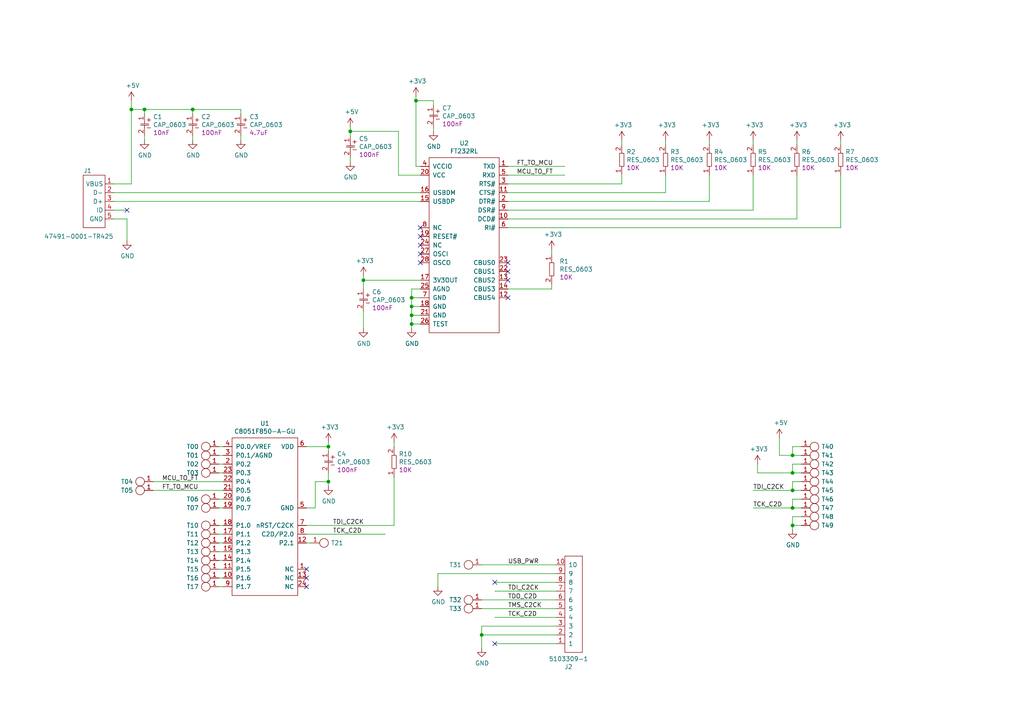
<source format=kicad_sch>
(kicad_sch (version 20211123) (generator eeschema)
  (paper "A4")
  (lib_symbols
    (symbol "BalanceBoard-rescue:5103309-1-receiver" (pin_names (offset 1.016))
      (property "Reference" "J" (at -7.112 11.176 0))
      (property "Value" "5103309-1-receiver" (at -2.286 8.89 0))
      (symbol "5103309-1-receiver_0_1"
        (rectangle (start -2.54 7.62) (end -7.62 -20.32))
      )
      (symbol "5103309-1-receiver_1_1"
        (pin passive line (at 0 5.08 180) (length 2.54) (name "1") (number "1"))
        (pin passive line (at 0 -17.78 180) (length 2.54) (name "10") (number "10"))
        (pin passive line (at 0 2.54 180) (length 2.54) (name "2") (number "2"))
        (pin passive line (at 0 0 180) (length 2.54) (name "3") (number "3"))
        (pin passive line (at 0 -2.54 180) (length 2.54) (name "4") (number "4"))
        (pin passive line (at 0 -5.08 180) (length 2.54) (name "5") (number "5"))
        (pin passive line (at 0 -7.62 180) (length 2.54) (name "6") (number "6"))
        (pin passive line (at 0 -10.16 180) (length 2.54) (name "7") (number "7"))
        (pin passive line (at 0 -12.7 180) (length 2.54) (name "8") (number "8"))
        (pin passive line (at 0 -15.24 180) (length 2.54) (name "9") (number "9"))
      )
    )
    (symbol "BalanceBoard-rescue:C8051F850-A-GU-receiver" (pin_names (offset 1.016))
      (property "Reference" "U" (at 5.08 1.27 0))
      (property "Value" "C8051F850-A-GU-receiver" (at 12.7 -46.99 0))
      (symbol "C8051F850-A-GU-receiver_0_1"
        (rectangle (start 3.81 0) (end 22.86 -45.72))
      )
      (symbol "C8051F850-A-GU-receiver_1_1"
        (pin passive line (at 25.4 -38.1 180) (length 2.54) (name "NC") (number "1"))
        (pin bidirectional line (at 1.27 -40.64 0) (length 2.54) (name "P1.6") (number "10"))
        (pin bidirectional line (at 1.27 -38.1 0) (length 2.54) (name "P1.5") (number "11"))
        (pin bidirectional line (at 25.4 -30.48 180) (length 2.54) (name "P2.1") (number "12"))
        (pin passive line (at 25.4 -40.64 180) (length 2.54) (name "NC") (number "13"))
        (pin bidirectional line (at 1.27 -35.56 0) (length 2.54) (name "P1.4") (number "14"))
        (pin bidirectional line (at 1.27 -33.02 0) (length 2.54) (name "P1.3") (number "15"))
        (pin bidirectional line (at 1.27 -30.48 0) (length 2.54) (name "P1.2") (number "16"))
        (pin bidirectional line (at 1.27 -27.94 0) (length 2.54) (name "P1.1") (number "17"))
        (pin bidirectional line (at 1.27 -25.4 0) (length 2.54) (name "P1.0") (number "18"))
        (pin bidirectional line (at 1.27 -20.32 0) (length 2.54) (name "P0.7") (number "19"))
        (pin bidirectional line (at 1.27 -7.62 0) (length 2.54) (name "P0.2") (number "2"))
        (pin bidirectional line (at 1.27 -17.78 0) (length 2.54) (name "P0.6") (number "20"))
        (pin bidirectional line (at 1.27 -15.24 0) (length 2.54) (name "P0.5") (number "21"))
        (pin bidirectional line (at 1.27 -12.7 0) (length 2.54) (name "P0.4") (number "22"))
        (pin bidirectional line (at 1.27 -10.16 0) (length 2.54) (name "P0.3") (number "23"))
        (pin passive line (at 25.4 -43.18 180) (length 2.54) (name "NC") (number "24"))
        (pin passive line (at 1.27 -5.08 0) (length 2.54) (name "P0.1/AGND") (number "3"))
        (pin passive line (at 1.27 -2.54 0) (length 2.54) (name "P0.0/VREF") (number "4"))
        (pin power_in line (at 25.4 -20.32 180) (length 2.54) (name "GND") (number "5"))
        (pin power_in line (at 25.4 -2.54 180) (length 2.54) (name "VDD") (number "6"))
        (pin input line (at 25.4 -25.4 180) (length 2.54) (name "nRST/C2CK") (number "7"))
        (pin input line (at 25.4 -27.94 180) (length 2.54) (name "C2D/P2.0") (number "8"))
        (pin bidirectional line (at 1.27 -43.18 0) (length 2.54) (name "P1.7") (number "9"))
      )
    )
    (symbol "BalanceBoard-rescue:CAP_0603-receiver" (pin_names (offset 1.016))
      (property "Reference" "C" (at 3.048 -1.524 0))
      (property "Value" "CAP_0603-receiver" (at 7.112 -3.556 0))
      (property "Capacitance" "100nF" (at 5.334 -5.969 0))
      (symbol "CAP_0603-receiver_0_1"
        (polyline (pts (xy -1.143 -3.302) (xy 1.27 -3.302)))
        (polyline (pts (xy -1.143 -2.921) (xy 1.27 -2.921)))
        (polyline (pts (xy 0 -3.81) (xy 0 -3.429)))
        (polyline (pts (xy 0 -3.302) (xy 0 -3.429)))
        (polyline (pts (xy 0.762 -4.064) (xy 1.778 -4.064)))
        (polyline (pts (xy 0.762 -1.778) (xy 1.778 -1.778)))
        (polyline (pts (xy 1.27 -2.286) (xy 1.27 -1.27)))
        (polyline (pts (xy 0 -2.921) (xy 0 -2.54) (xy 0 -2.921)))
      )
      (symbol "CAP_0603-receiver_1_1"
        (pin passive line (at 0 0 270) (length 2.54) (name "~") (number "1"))
        (pin passive line (at 0 -6.35 90) (length 2.54) (name "~") (number "2"))
      )
    )
    (symbol "BalanceBoard-rescue:FT232RL-receiver" (pin_names (offset 1.016))
      (property "Reference" "U" (at -22.098 3.556 0))
      (property "Value" "FT232RL-receiver" (at -6.604 3.556 0))
      (symbol "FT232RL-receiver_0_1"
        (rectangle (start -22.86 2.54) (end -2.54 -48.26))
      )
      (symbol "FT232RL-receiver_1_1"
        (pin output line (at 0 0 180) (length 2.54) (name "TXD") (number "1"))
        (pin input line (at 0 -15.24 180) (length 2.54) (name "DCD#") (number "10"))
        (pin input line (at 0 -7.62 180) (length 2.54) (name "CTS#") (number "11"))
        (pin bidirectional line (at 0 -38.1 180) (length 2.54) (name "CBUS4") (number "12"))
        (pin bidirectional line (at 0 -33.02 180) (length 2.54) (name "CBUS2") (number "13"))
        (pin bidirectional line (at 0 -35.56 180) (length 2.54) (name "CBUS3") (number "14"))
        (pin bidirectional line (at -25.4 -10.16 0) (length 2.54) (name "USBDP") (number "15"))
        (pin bidirectional line (at -25.4 -7.62 0) (length 2.54) (name "USBDM") (number "16"))
        (pin power_out line (at -25.4 -33.02 0) (length 2.54) (name "3V3OUT") (number "17"))
        (pin power_in line (at -25.4 -40.64 0) (length 2.54) (name "GND") (number "18"))
        (pin input line (at -25.4 -20.32 0) (length 2.54) (name "RESET#") (number "19"))
        (pin output line (at 0 -10.16 180) (length 2.54) (name "DTR#") (number "2"))
        (pin power_in line (at -25.4 -2.54 0) (length 2.54) (name "VCC") (number "20"))
        (pin power_in line (at -25.4 -43.18 0) (length 2.54) (name "GND") (number "21"))
        (pin bidirectional line (at 0 -30.48 180) (length 2.54) (name "CBUS1") (number "22"))
        (pin bidirectional line (at 0 -27.94 180) (length 2.54) (name "CBUS0") (number "23"))
        (pin passive line (at -25.4 -22.86 0) (length 2.54) (name "NC") (number "24"))
        (pin power_in line (at -25.4 -35.56 0) (length 2.54) (name "AGND") (number "25"))
        (pin input line (at -25.4 -45.72 0) (length 2.54) (name "TEST") (number "26"))
        (pin input line (at -25.4 -25.4 0) (length 2.54) (name "OSCI") (number "27"))
        (pin output line (at -25.4 -27.94 0) (length 2.54) (name "OSCO") (number "28"))
        (pin output line (at 0 -5.08 180) (length 2.54) (name "RTS#") (number "3"))
        (pin power_in line (at -25.4 0 0) (length 2.54) (name "VCCIO") (number "4"))
        (pin input line (at 0 -2.54 180) (length 2.54) (name "RXD") (number "5"))
        (pin input line (at 0 -17.78 180) (length 2.54) (name "RI#") (number "6"))
        (pin power_in line (at -25.4 -38.1 0) (length 2.54) (name "GND") (number "7"))
        (pin passive line (at -25.4 -17.78 0) (length 2.54) (name "NC") (number "8"))
        (pin input line (at 0 -12.7 180) (length 2.54) (name "DSR#") (number "9"))
      )
    )
    (symbol "BalanceBoard-rescue:RES_0603-receiver" (pin_names (offset 1.016))
      (property "Reference" "R" (at 3.937 2.159 0))
      (property "Value" "RES_0603-receiver" (at 3.81 -2.794 0))
      (property "Resistance" "10K" (at 2.159 -5.207 0))
      (symbol "RES_0603-receiver_0_1"
        (rectangle (start 2.54 0.635) (end 6.35 -0.635))
      )
      (symbol "RES_0603-receiver_1_1"
        (pin passive line (at 0 0 0) (length 2.54) (name "~") (number "1"))
        (pin passive line (at 8.89 0 180) (length 2.54) (name "~") (number "2"))
      )
    )
    (symbol "BalanceBoard-rescue:TestPoints-receiver" (pin_names (offset 1.016))
      (property "Reference" "T" (at 6.35 0 0))
      (symbol "TestPoints-receiver_0_1"
        (circle (center 3.81 0) (radius 1.27))
      )
      (symbol "TestPoints-receiver_1_1"
        (pin input line (at 0 0 0) (length 2.54) (name "~") (number "1"))
      )
    )
    (symbol "BalanceBoard:47491-0001-TR425"
      (property "Reference" "J" (at -5.08 3.81 0))
      (property "Value" "47491-0001-TR425" (at 3.81 -13.97 0))
      (symbol "47491-0001-TR425_0_1"
        (rectangle (start 0 2.54) (end -6.35 -12.7))
      )
      (symbol "47491-0001-TR425_1_1"
        (pin input line (at 2.54 0 180) (length 2.54) (name "VBUS") (number "1"))
        (pin input line (at 2.54 -2.54 180) (length 2.54) (name "D-") (number "2"))
        (pin input line (at 2.54 -5.08 180) (length 2.54) (name "D+") (number "3"))
        (pin input line (at 2.54 -7.62 180) (length 2.54) (name "ID") (number "4"))
        (pin input line (at 2.54 -10.16 180) (length 2.54) (name "GND") (number "5"))
      )
    )
    (symbol "power:+3.3V" (power) (pin_names (offset 0))
      (property "Value" "+3.3V" (at 0 3.556 0))
      (symbol "+3.3V_0_1"
        (polyline (pts (xy -0.762 1.27) (xy 0 2.54)))
        (polyline (pts (xy 0 0) (xy 0 2.54)))
        (polyline (pts (xy 0 2.54) (xy 0.762 1.27)))
      )
      (symbol "+3.3V_1_1"
        (pin power_in line (at 0 0 90) (length 0) hide (name "+3V3") (number "1"))
      )
    )
    (symbol "power:+5V" (power) (pin_names (offset 0))
      (property "Value" "+5V" (at 0 3.556 0))
      (symbol "+5V_0_1"
        (polyline (pts (xy -0.762 1.27) (xy 0 2.54)))
        (polyline (pts (xy 0 0) (xy 0 2.54)))
        (polyline (pts (xy 0 2.54) (xy 0.762 1.27)))
      )
      (symbol "+5V_1_1"
        (pin power_in line (at 0 0 90) (length 0) hide (name "+5V") (number "1"))
      )
    )
    (symbol "power:GND" (power) (pin_names (offset 0))
      (property "Value" "GND" (at 0 -3.81 0))
      (symbol "GND_0_1"
        (polyline (pts (xy 0 0) (xy 0 -1.27) (xy 1.27 -1.27) (xy 0 -2.54) (xy -1.27 -1.27) (xy 0 -1.27)))
      )
      (symbol "GND_1_1"
        (pin power_in line (at 0 0 270) (length 0) hide (name "GND") (number "1"))
      )
    )
  )
  (junction (at 101.6 38.1))
  (junction (at 139.7 184.15))
  (junction (at 229.87 132.08))
  (junction (at 120.65 29.21))
  (junction (at 229.87 147.32))
  (junction (at 229.87 137.16))
  (junction (at 119.38 93.98))
  (junction (at 41.91 31.75))
  (junction (at 119.38 86.36))
  (junction (at 119.38 88.9))
  (junction (at 105.41 81.28))
  (junction (at 95.25 129.54))
  (junction (at 95.25 139.7))
  (junction (at 229.87 152.4))
  (junction (at 38.1 31.75))
  (junction (at 55.88 31.75))
  (junction (at 119.38 91.44))
  (junction (at 229.87 142.24))
  (no_connect (at 88.9 165.1))
  (no_connect (at 147.32 86.36))
  (no_connect (at 121.92 68.58))
  (no_connect (at 121.92 73.66))
  (no_connect (at 147.32 78.74))
  (no_connect (at 147.32 81.28))
  (no_connect (at 121.92 71.12))
  (no_connect (at 88.9 170.18))
  (no_connect (at 88.9 167.64))
  (no_connect (at 121.92 76.2))
  (no_connect (at 147.32 76.2))
  (no_connect (at 36.83 60.96))
  (no_connect (at 121.92 66.04))
  (no_connect (at 143.51 186.69))
  (no_connect (at 143.51 168.91))
  (wire (pts (xy 232.41 142.24) (xy 229.87 142.24)))
  (wire (pts (xy 69.85 31.75) (xy 55.88 31.75)))
  (wire (pts (xy 229.87 132.08) (xy 226.06 132.08)))
  (wire (pts (xy 161.29 179.07) (xy 143.51 179.07)))
  (wire (pts (xy 147.32 55.88) (xy 193.04 55.88)))
  (wire (pts (xy 119.38 93.98) (xy 119.38 95.25)))
  (wire (pts (xy 229.87 134.62) (xy 229.87 137.16)))
  (wire (pts (xy 101.6 46.99) (xy 101.6 45.72)))
  (wire (pts (xy 232.41 132.08) (xy 229.87 132.08)))
  (wire (pts (xy 232.41 144.78) (xy 229.87 144.78)))
  (wire (pts (xy 101.6 36.83) (xy 101.6 38.1)))
  (wire (pts (xy 63.5 152.4) (xy 64.77 152.4)))
  (wire (pts (xy 127 166.37) (xy 161.29 166.37)))
  (wire (pts (xy 125.73 29.21) (xy 120.65 29.21)))
  (wire (pts (xy 232.41 137.16) (xy 229.87 137.16)))
  (wire (pts (xy 88.9 129.54) (xy 95.25 129.54)))
  (wire (pts (xy 193.04 40.64) (xy 193.04 41.91)))
  (wire (pts (xy 69.85 33.02) (xy 69.85 31.75)))
  (wire (pts (xy 95.25 140.97) (xy 95.25 139.7)))
  (wire (pts (xy 147.32 60.96) (xy 218.44 60.96)))
  (wire (pts (xy 125.73 30.48) (xy 125.73 29.21)))
  (wire (pts (xy 160.02 73.66) (xy 160.02 72.39)))
  (wire (pts (xy 38.1 29.21) (xy 38.1 31.75)))
  (wire (pts (xy 147.32 50.8) (xy 163.83 50.8)))
  (wire (pts (xy 63.5 160.02) (xy 64.77 160.02)))
  (wire (pts (xy 120.65 48.26) (xy 120.65 29.21)))
  (wire (pts (xy 229.87 142.24) (xy 218.44 142.24)))
  (wire (pts (xy 63.5 132.08) (xy 64.77 132.08)))
  (wire (pts (xy 63.5 165.1) (xy 64.77 165.1)))
  (wire (pts (xy 33.02 63.5) (xy 36.83 63.5)))
  (wire (pts (xy 139.7 181.61) (xy 139.7 184.15)))
  (wire (pts (xy 139.7 181.61) (xy 161.29 181.61)))
  (wire (pts (xy 139.7 184.15) (xy 161.29 184.15)))
  (wire (pts (xy 105.41 81.28) (xy 105.41 83.82)))
  (wire (pts (xy 119.38 83.82) (xy 119.38 86.36)))
  (wire (pts (xy 63.5 137.16) (xy 64.77 137.16)))
  (wire (pts (xy 147.32 48.26) (xy 163.83 48.26)))
  (wire (pts (xy 205.74 40.64) (xy 205.74 41.91)))
  (wire (pts (xy 119.38 86.36) (xy 119.38 88.9)))
  (wire (pts (xy 63.5 170.18) (xy 64.77 170.18)))
  (wire (pts (xy 218.44 60.96) (xy 218.44 50.8)))
  (wire (pts (xy 139.7 173.99) (xy 161.29 173.99)))
  (wire (pts (xy 63.5 154.94) (xy 64.77 154.94)))
  (wire (pts (xy 232.41 134.62) (xy 229.87 134.62)))
  (wire (pts (xy 139.7 163.83) (xy 161.29 163.83)))
  (wire (pts (xy 91.44 139.7) (xy 95.25 139.7)))
  (wire (pts (xy 180.34 53.34) (xy 180.34 50.8)))
  (wire (pts (xy 229.87 152.4) (xy 229.87 153.67)))
  (wire (pts (xy 226.06 132.08) (xy 226.06 127)))
  (wire (pts (xy 121.92 81.28) (xy 105.41 81.28)))
  (wire (pts (xy 121.92 83.82) (xy 119.38 83.82)))
  (wire (pts (xy 121.92 93.98) (xy 119.38 93.98)))
  (wire (pts (xy 161.29 186.69) (xy 143.51 186.69)))
  (wire (pts (xy 90.17 157.48) (xy 88.9 157.48)))
  (wire (pts (xy 205.74 58.42) (xy 205.74 50.8)))
  (wire (pts (xy 147.32 58.42) (xy 205.74 58.42)))
  (wire (pts (xy 115.57 50.8) (xy 121.92 50.8)))
  (wire (pts (xy 115.57 38.1) (xy 115.57 50.8)))
  (wire (pts (xy 41.91 31.75) (xy 38.1 31.75)))
  (wire (pts (xy 121.92 48.26) (xy 120.65 48.26)))
  (wire (pts (xy 114.3 129.54) (xy 114.3 128.27)))
  (wire (pts (xy 44.45 142.24) (xy 64.77 142.24)))
  (wire (pts (xy 229.87 144.78) (xy 229.87 147.32)))
  (wire (pts (xy 232.41 129.54) (xy 229.87 129.54)))
  (wire (pts (xy 63.5 167.64) (xy 64.77 167.64)))
  (wire (pts (xy 218.44 40.64) (xy 218.44 41.91)))
  (wire (pts (xy 229.87 139.7) (xy 229.87 142.24)))
  (wire (pts (xy 95.25 129.54) (xy 95.25 128.27)))
  (wire (pts (xy 231.14 63.5) (xy 231.14 50.8)))
  (wire (pts (xy 229.87 129.54) (xy 229.87 132.08)))
  (wire (pts (xy 55.88 33.02) (xy 55.88 31.75)))
  (wire (pts (xy 88.9 152.4) (xy 114.3 152.4)))
  (wire (pts (xy 41.91 33.02) (xy 41.91 31.75)))
  (wire (pts (xy 231.14 40.64) (xy 231.14 41.91)))
  (wire (pts (xy 55.88 31.75) (xy 41.91 31.75)))
  (wire (pts (xy 120.65 29.21) (xy 120.65 27.94)))
  (wire (pts (xy 55.88 40.64) (xy 55.88 39.37)))
  (wire (pts (xy 243.84 66.04) (xy 243.84 50.8)))
  (wire (pts (xy 111.76 154.94) (xy 88.9 154.94)))
  (wire (pts (xy 125.73 38.1) (xy 125.73 36.83)))
  (wire (pts (xy 119.38 88.9) (xy 121.92 88.9)))
  (wire (pts (xy 63.5 134.62) (xy 64.77 134.62)))
  (wire (pts (xy 139.7 176.53) (xy 161.29 176.53)))
  (wire (pts (xy 95.25 139.7) (xy 95.25 137.16)))
  (wire (pts (xy 63.5 144.78) (xy 64.77 144.78)))
  (wire (pts (xy 63.5 129.54) (xy 64.77 129.54)))
  (wire (pts (xy 121.92 91.44) (xy 119.38 91.44)))
  (wire (pts (xy 160.02 83.82) (xy 160.02 82.55)))
  (wire (pts (xy 91.44 147.32) (xy 91.44 139.7)))
  (wire (pts (xy 69.85 40.64) (xy 69.85 39.37)))
  (wire (pts (xy 88.9 147.32) (xy 91.44 147.32)))
  (wire (pts (xy 232.41 152.4) (xy 229.87 152.4)))
  (wire (pts (xy 139.7 184.15) (xy 139.7 187.96)))
  (wire (pts (xy 63.5 157.48) (xy 64.77 157.48)))
  (wire (pts (xy 33.02 55.88) (xy 121.92 55.88)))
  (wire (pts (xy 36.83 63.5) (xy 36.83 69.85)))
  (wire (pts (xy 232.41 149.86) (xy 229.87 149.86)))
  (wire (pts (xy 105.41 90.17) (xy 105.41 95.25)))
  (wire (pts (xy 229.87 137.16) (xy 219.71 137.16)))
  (wire (pts (xy 161.29 168.91) (xy 143.51 168.91)))
  (wire (pts (xy 114.3 152.4) (xy 114.3 138.43)))
  (wire (pts (xy 219.71 137.16) (xy 219.71 134.62)))
  (wire (pts (xy 229.87 147.32) (xy 218.44 147.32)))
  (wire (pts (xy 232.41 139.7) (xy 229.87 139.7)))
  (wire (pts (xy 161.29 171.45) (xy 143.51 171.45)))
  (wire (pts (xy 229.87 149.86) (xy 229.87 152.4)))
  (wire (pts (xy 41.91 40.64) (xy 41.91 39.37)))
  (wire (pts (xy 147.32 63.5) (xy 231.14 63.5)))
  (wire (pts (xy 101.6 38.1) (xy 115.57 38.1)))
  (wire (pts (xy 119.38 88.9) (xy 119.38 91.44)))
  (wire (pts (xy 63.5 147.32) (xy 64.77 147.32)))
  (wire (pts (xy 63.5 162.56) (xy 64.77 162.56)))
  (wire (pts (xy 121.92 86.36) (xy 119.38 86.36)))
  (wire (pts (xy 147.32 66.04) (xy 243.84 66.04)))
  (wire (pts (xy 33.02 58.42) (xy 121.92 58.42)))
  (wire (pts (xy 101.6 38.1) (xy 101.6 39.37)))
  (wire (pts (xy 180.34 40.64) (xy 180.34 41.91)))
  (wire (pts (xy 44.45 139.7) (xy 64.77 139.7)))
  (wire (pts (xy 33.02 60.96) (xy 36.83 60.96)))
  (wire (pts (xy 232.41 147.32) (xy 229.87 147.32)))
  (wire (pts (xy 147.32 53.34) (xy 180.34 53.34)))
  (wire (pts (xy 95.25 130.81) (xy 95.25 129.54)))
  (wire (pts (xy 119.38 91.44) (xy 119.38 93.98)))
  (wire (pts (xy 105.41 81.28) (xy 105.41 80.01)))
  (wire (pts (xy 193.04 55.88) (xy 193.04 50.8)))
  (wire (pts (xy 127 170.18) (xy 127 166.37)))
  (wire (pts (xy 147.32 83.82) (xy 160.02 83.82)))
  (wire (pts (xy 38.1 31.75) (xy 38.1 53.34)))
  (wire (pts (xy 243.84 41.91) (xy 243.84 40.64)))
  (wire (pts (xy 33.02 53.34) (xy 38.1 53.34)))
  (label "MCU_TO_FT" (at 46.99 139.7 0))
  (label "FT_TO_MCU" (at 46.99 142.24 0))
  (label "TMS_C2CK" (at 147.32 176.53 0))
  (label "TDO_C2D" (at 147.32 173.99 0))
  (label "TDI_C2CK" (at 218.44 142.24 0))
  (label "TDI_C2CK" (at 147.32 171.45 0))
  (label "FT_TO_MCU" (at 149.86 48.26 0))
  (label "MCU_TO_FT" (at 149.86 50.8 0))
  (label "TCK_C2D" (at 147.32 179.07 0))
  (label "TDI_C2CK" (at 96.52 152.4 0))
  (label "TCK_C2D" (at 96.52 154.94 0))
  (label "USB_PWR" (at 147.32 163.83 0))
  (label "TCK_C2D" (at 218.44 147.32 0))
  (symbol (lib_id "BalanceBoard-rescue:C8051F850-A-GU-receiver") (at 63.5 127 0) (unit 1)
    (property "Reference" "U1" (at 76.835 122.809 0))
    (property "Value" "C8051F850-A-GU" (at 76.835 125.1204 0))
    (property "Footprint" "receiver:C8051F850-A-GU" (effects hide))
  )
  (symbol (lib_id "BalanceBoard-rescue:FT232RL-receiver") (at 147.32 48.26 0) (unit 1)
    (property "Reference" "U2" (at 134.62 41.529 0))
    (property "Value" "FT232RL" (at 134.62 43.8404 0))
    (property "Footprint" "receiver:FT232RL" (effects hide))
  )
  (symbol (lib_id "power:GND") (at 36.83 69.85 0) (unit 1)
    (property "Reference" "#PWR0101" (effects hide))
    (property "Value" "GND" (at 36.957 74.2442 0))
  )
  (symbol (lib_id "power:+5V") (at 101.6 36.83 0) (unit 1)
    (property "Reference" "#PWR0102" (effects hide))
    (property "Value" "+5V" (at 101.981 32.4358 0))
  )
  (symbol (lib_id "BalanceBoard-rescue:CAP_0603-receiver") (at 41.91 33.02 0) (unit 1)
    (property "Reference" "C1" (at 44.3992 33.8836 0) (effects (justify left)))
    (property "Value" "CAP_0603" (at 44.3992 36.195 0) (effects (justify left)))
    (property "Footprint" "receiver:0603" (effects hide))
    (property "Capacitance" "10nF" (at 44.3992 38.5064 0) (effects (justify left)))
  )
  (symbol (lib_id "BalanceBoard-rescue:CAP_0603-receiver") (at 55.88 33.02 0) (unit 1)
    (property "Reference" "C2" (at 58.3692 33.8836 0) (effects (justify left)))
    (property "Value" "CAP_0603" (at 58.3692 36.195 0) (effects (justify left)))
    (property "Footprint" "receiver:0603" (effects hide))
    (property "Capacitance" "100nF" (at 58.3692 38.5064 0) (effects (justify left)))
  )
  (symbol (lib_id "BalanceBoard-rescue:CAP_0603-receiver") (at 69.85 33.02 0) (unit 1)
    (property "Reference" "C3" (at 72.3392 33.8836 0) (effects (justify left)))
    (property "Value" "CAP_0603" (at 72.3392 36.195 0) (effects (justify left)))
    (property "Footprint" "receiver:0603" (effects hide))
    (property "Capacitance" "4.7uF" (at 72.3392 38.5064 0) (effects (justify left)))
  )
  (symbol (lib_id "power:GND") (at 41.91 40.64 0) (unit 1)
    (property "Reference" "#PWR0103" (effects hide))
    (property "Value" "GND" (at 42.037 45.0342 0))
  )
  (symbol (lib_id "power:GND") (at 55.88 40.64 0) (unit 1)
    (property "Reference" "#PWR0104" (effects hide))
    (property "Value" "GND" (at 56.007 45.0342 0))
  )
  (symbol (lib_id "power:GND") (at 69.85 40.64 0) (unit 1)
    (property "Reference" "#PWR0105" (effects hide))
    (property "Value" "GND" (at 69.977 45.0342 0))
  )
  (symbol (lib_id "BalanceBoard-rescue:CAP_0603-receiver") (at 101.6 39.37 0) (unit 1)
    (property "Reference" "C5" (at 104.0892 40.2336 0) (effects (justify left)))
    (property "Value" "CAP_0603" (at 104.0892 42.545 0) (effects (justify left)))
    (property "Footprint" "receiver:0603" (effects hide))
    (property "Capacitance" "100nF" (at 104.0892 44.8564 0) (effects (justify left)))
  )
  (symbol (lib_id "BalanceBoard-rescue:CAP_0603-receiver") (at 105.41 83.82 0) (unit 1)
    (property "Reference" "C6" (at 107.8992 84.6836 0) (effects (justify left)))
    (property "Value" "CAP_0603" (at 107.8992 86.995 0) (effects (justify left)))
    (property "Footprint" "receiver:0603" (effects hide))
    (property "Capacitance" "100nF" (at 107.8992 89.3064 0) (effects (justify left)))
  )
  (symbol (lib_id "power:+5V") (at 38.1 29.21 0) (unit 1)
    (property "Reference" "#PWR0106" (effects hide))
    (property "Value" "+5V" (at 38.481 24.8158 0))
  )
  (symbol (lib_id "power:GND") (at 101.6 46.99 0) (unit 1)
    (property "Reference" "#PWR0107" (effects hide))
    (property "Value" "GND" (at 101.727 51.3842 0))
  )
  (symbol (lib_id "power:GND") (at 119.38 95.25 0) (unit 1)
    (property "Reference" "#PWR0108" (effects hide))
    (property "Value" "GND" (at 119.507 99.6442 0))
  )
  (symbol (lib_id "power:GND") (at 105.41 95.25 0) (unit 1)
    (property "Reference" "#PWR0109" (effects hide))
    (property "Value" "GND" (at 105.537 99.6442 0))
  )
  (symbol (lib_id "power:+3.3V") (at 120.65 27.94 0) (unit 1)
    (property "Reference" "#PWR0110" (effects hide))
    (property "Value" "+3.3V" (at 121.031 23.5458 0))
  )
  (symbol (lib_id "BalanceBoard-rescue:CAP_0603-receiver") (at 125.73 30.48 0) (unit 1)
    (property "Reference" "C7" (at 128.2192 31.3436 0) (effects (justify left)))
    (property "Value" "CAP_0603" (at 128.2192 33.655 0) (effects (justify left)))
    (property "Footprint" "receiver:0603" (effects hide))
    (property "Capacitance" "100nF" (at 128.2192 35.9664 0) (effects (justify left)))
  )
  (symbol (lib_id "power:GND") (at 125.73 38.1 0) (unit 1)
    (property "Reference" "#PWR0111" (effects hide))
    (property "Value" "GND" (at 125.857 42.4942 0))
  )
  (symbol (lib_id "power:+3.3V") (at 105.41 80.01 0) (unit 1)
    (property "Reference" "#PWR0112" (effects hide))
    (property "Value" "+3.3V" (at 105.791 75.6158 0))
  )
  (symbol (lib_id "BalanceBoard-rescue:RES_0603-receiver") (at 160.02 73.66 270) (unit 1)
    (property "Reference" "R1" (at 162.2552 75.7936 90) (effects (justify left)))
    (property "Value" "RES_0603" (at 162.2552 78.105 90) (effects (justify left)))
    (property "Footprint" "receiver:0603" (effects hide))
    (property "Resistance" "10K" (at 162.2552 80.4164 90) (effects (justify left)))
  )
  (symbol (lib_id "power:+3.3V") (at 160.02 72.39 0) (unit 1)
    (property "Reference" "#PWR0113" (effects hide))
    (property "Value" "+3.3V" (at 160.401 67.9958 0))
  )
  (symbol (lib_id "power:GND") (at 127 170.18 0) (unit 1)
    (property "Reference" "#PWR0122" (effects hide))
    (property "Value" "GND" (at 127.127 174.5742 0))
  )
  (symbol (lib_id "BalanceBoard-rescue:RES_0603-receiver") (at 180.34 50.8 90) (unit 1)
    (property "Reference" "R2" (at 181.6862 44.0436 90) (effects (justify right)))
    (property "Value" "RES_0603" (at 181.6862 46.355 90) (effects (justify right)))
    (property "Footprint" "receiver:0603" (effects hide))
    (property "Resistance" "10K" (at 181.6862 48.6664 90) (effects (justify right)))
  )
  (symbol (lib_id "BalanceBoard-rescue:RES_0603-receiver") (at 193.04 50.8 90) (unit 1)
    (property "Reference" "R3" (at 194.3862 44.0436 90) (effects (justify right)))
    (property "Value" "RES_0603" (at 194.3862 46.355 90) (effects (justify right)))
    (property "Footprint" "receiver:0603" (effects hide))
    (property "Resistance" "10K" (at 194.3862 48.6664 90) (effects (justify right)))
  )
  (symbol (lib_id "BalanceBoard-rescue:RES_0603-receiver") (at 205.74 50.8 90) (unit 1)
    (property "Reference" "R4" (at 207.0862 44.0436 90) (effects (justify right)))
    (property "Value" "RES_0603" (at 207.0862 46.355 90) (effects (justify right)))
    (property "Footprint" "receiver:0603" (effects hide))
    (property "Resistance" "10K" (at 207.0862 48.6664 90) (effects (justify right)))
  )
  (symbol (lib_id "BalanceBoard-rescue:RES_0603-receiver") (at 218.44 50.8 90) (unit 1)
    (property "Reference" "R5" (at 219.7862 44.0436 90) (effects (justify right)))
    (property "Value" "RES_0603" (at 219.7862 46.355 90) (effects (justify right)))
    (property "Footprint" "receiver:0603" (effects hide))
    (property "Resistance" "10K" (at 219.7862 48.6664 90) (effects (justify right)))
  )
  (symbol (lib_id "BalanceBoard-rescue:RES_0603-receiver") (at 231.14 50.8 90) (unit 1)
    (property "Reference" "R6" (at 232.4862 44.0436 90) (effects (justify right)))
    (property "Value" "RES_0603" (at 232.4862 46.355 90) (effects (justify right)))
    (property "Footprint" "receiver:0603" (effects hide))
    (property "Resistance" "10K" (at 232.4862 48.6664 90) (effects (justify right)))
  )
  (symbol (lib_id "BalanceBoard-rescue:RES_0603-receiver") (at 243.84 50.8 90) (unit 1)
    (property "Reference" "R7" (at 245.1862 44.0436 90) (effects (justify right)))
    (property "Value" "RES_0603" (at 245.1862 46.355 90) (effects (justify right)))
    (property "Footprint" "receiver:0603" (effects hide))
    (property "Resistance" "10K" (at 245.1862 48.6664 90) (effects (justify right)))
  )
  (symbol (lib_id "BalanceBoard-rescue:RES_0603-receiver") (at 114.3 138.43 90) (unit 1)
    (property "Reference" "R10" (at 115.6462 131.6736 90) (effects (justify right)))
    (property "Value" "RES_0603" (at 115.6462 133.985 90) (effects (justify right)))
    (property "Footprint" "receiver:0603" (effects hide))
    (property "Resistance" "10K" (at 115.6462 136.2964 90) (effects (justify right)))
  )
  (symbol (lib_id "power:+3.3V") (at 114.3 128.27 0) (unit 1)
    (property "Reference" "#PWR0123" (effects hide))
    (property "Value" "+3.3V" (at 114.681 123.8758 0))
  )
  (symbol (lib_id "power:+3.3V") (at 180.34 40.64 0) (unit 1)
    (property "Reference" "#PWR0114" (effects hide))
    (property "Value" "+3.3V" (at 180.721 36.2458 0))
  )
  (symbol (lib_id "power:+3.3V") (at 193.04 40.64 0) (unit 1)
    (property "Reference" "#PWR0115" (effects hide))
    (property "Value" "+3.3V" (at 193.421 36.2458 0))
  )
  (symbol (lib_id "power:+3.3V") (at 205.74 40.64 0) (unit 1)
    (property "Reference" "#PWR0116" (effects hide))
    (property "Value" "+3.3V" (at 206.121 36.2458 0))
  )
  (symbol (lib_id "power:+3.3V") (at 218.44 40.64 0) (unit 1)
    (property "Reference" "#PWR0117" (effects hide))
    (property "Value" "+3.3V" (at 218.821 36.2458 0))
  )
  (symbol (lib_id "power:+3.3V") (at 231.14 40.64 0) (unit 1)
    (property "Reference" "#PWR0118" (effects hide))
    (property "Value" "+3.3V" (at 231.521 36.2458 0))
  )
  (symbol (lib_id "power:+3.3V") (at 243.84 40.64 0) (unit 1)
    (property "Reference" "#PWR0119" (effects hide))
    (property "Value" "+3.3V" (at 244.221 36.2458 0))
  )
  (symbol (lib_id "power:+3.3V") (at 95.25 128.27 0) (unit 1)
    (property "Reference" "#PWR0120" (effects hide))
    (property "Value" "+3.3V" (at 95.631 123.8758 0))
  )
  (symbol (lib_id "BalanceBoard-rescue:CAP_0603-receiver") (at 95.25 130.81 0) (unit 1)
    (property "Reference" "C4" (at 97.7392 131.6736 0) (effects (justify left)))
    (property "Value" "CAP_0603" (at 97.7392 133.985 0) (effects (justify left)))
    (property "Footprint" "receiver:0603" (effects hide))
    (property "Capacitance" "100nF" (at 97.7392 136.2964 0) (effects (justify left)))
  )
  (symbol (lib_id "power:GND") (at 95.25 140.97 0) (unit 1)
    (property "Reference" "#PWR0121" (effects hide))
    (property "Value" "GND" (at 95.377 145.3642 0))
  )
  (symbol (lib_id "BalanceBoard-rescue:TestPoints-receiver") (at 139.7 163.83 180) (unit 1)
    (property "Reference" "T31" (at 132.08 163.83 0))
    (property "Value" "TestPoints" (effects hide))
    (property "Footprint" "receiver:TestPoint" (effects hide))
  )
  (symbol (lib_id "BalanceBoard-rescue:TestPoints-receiver") (at 139.7 173.99 180) (unit 1)
    (property "Reference" "T32" (at 132.08 173.99 0))
    (property "Value" "TestPoints" (effects hide))
    (property "Footprint" "receiver:TestPoint" (effects hide))
  )
  (symbol (lib_id "BalanceBoard-rescue:TestPoints-receiver") (at 139.7 176.53 180) (unit 1)
    (property "Reference" "T33" (at 132.08 176.53 0))
    (property "Value" "TestPoints" (effects hide))
    (property "Footprint" "receiver:TestPoint" (effects hide))
  )
  (symbol (lib_id "BalanceBoard-rescue:5103309-1-receiver") (at 161.29 181.61 180) (unit 1)
    (property "Reference" "J2" (at 164.8968 193.421 0))
    (property "Value" "5103309-1" (at 164.8968 191.1096 0))
    (property "Footprint" "receiver:5103309-1" (effects hide))
  )
  (symbol (lib_id "power:GND") (at 139.7 187.96 0) (unit 1)
    (property "Reference" "#PWR0124" (effects hide))
    (property "Value" "GND" (at 139.827 192.3542 0))
  )
  (symbol (lib_id "BalanceBoard-rescue:TestPoints-receiver") (at 63.5 170.18 180) (unit 1)
    (property "Reference" "T17" (at 55.88 170.18 0))
    (property "Value" "TestPoints" (effects hide))
    (property "Footprint" "receiver:TestPoint" (effects hide))
  )
  (symbol (lib_id "BalanceBoard-rescue:TestPoints-receiver") (at 63.5 167.64 180) (unit 1)
    (property "Reference" "T16" (at 55.88 167.64 0))
    (property "Value" "TestPoints" (effects hide))
    (property "Footprint" "receiver:TestPoint" (effects hide))
  )
  (symbol (lib_id "BalanceBoard-rescue:TestPoints-receiver") (at 63.5 165.1 180) (unit 1)
    (property "Reference" "T15" (at 55.88 165.1 0))
    (property "Value" "TestPoints" (effects hide))
    (property "Footprint" "receiver:TestPoint" (effects hide))
  )
  (symbol (lib_id "BalanceBoard-rescue:TestPoints-receiver") (at 63.5 162.56 180) (unit 1)
    (property "Reference" "T14" (at 55.88 162.56 0))
    (property "Value" "TestPoints" (effects hide))
    (property "Footprint" "receiver:TestPoint" (effects hide))
  )
  (symbol (lib_id "BalanceBoard-rescue:TestPoints-receiver") (at 63.5 160.02 180) (unit 1)
    (property "Reference" "T13" (at 55.88 160.02 0))
    (property "Value" "TestPoints" (effects hide))
    (property "Footprint" "receiver:TestPoint" (effects hide))
  )
  (symbol (lib_id "BalanceBoard-rescue:TestPoints-receiver") (at 63.5 157.48 180) (unit 1)
    (property "Reference" "T12" (at 55.88 157.48 0))
    (property "Value" "TestPoints" (effects hide))
    (property "Footprint" "receiver:TestPoint" (effects hide))
  )
  (symbol (lib_id "BalanceBoard-rescue:TestPoints-receiver") (at 63.5 154.94 180) (unit 1)
    (property "Reference" "T11" (at 55.88 154.94 0))
    (property "Value" "TestPoints" (effects hide))
    (property "Footprint" "receiver:TestPoint" (effects hide))
  )
  (symbol (lib_id "BalanceBoard-rescue:TestPoints-receiver") (at 63.5 152.4 180) (unit 1)
    (property "Reference" "T10" (at 55.88 152.4 0))
    (property "Value" "TestPoints" (effects hide))
    (property "Footprint" "receiver:TestPoint" (effects hide))
  )
  (symbol (lib_id "BalanceBoard-rescue:TestPoints-receiver") (at 63.5 147.32 180) (unit 1)
    (property "Reference" "T07" (at 55.88 147.32 0))
    (property "Value" "TestPoints" (effects hide))
    (property "Footprint" "receiver:TestPoint" (effects hide))
  )
  (symbol (lib_id "BalanceBoard-rescue:TestPoints-receiver") (at 63.5 144.78 180) (unit 1)
    (property "Reference" "T06" (at 55.88 144.78 0))
    (property "Value" "TestPoints" (effects hide))
    (property "Footprint" "receiver:TestPoint" (effects hide))
  )
  (symbol (lib_id "BalanceBoard-rescue:TestPoints-receiver") (at 44.45 142.24 180) (unit 1)
    (property "Reference" "T05" (at 36.83 142.24 0))
    (property "Value" "TestPoints" (effects hide))
    (property "Footprint" "receiver:TestPoint" (effects hide))
  )
  (symbol (lib_id "BalanceBoard-rescue:TestPoints-receiver") (at 63.5 137.16 180) (unit 1)
    (property "Reference" "T03" (at 55.88 137.16 0))
    (property "Value" "TestPoints" (effects hide))
    (property "Footprint" "receiver:TestPoint" (effects hide))
  )
  (symbol (lib_id "BalanceBoard-rescue:TestPoints-receiver") (at 63.5 134.62 180) (unit 1)
    (property "Reference" "T02" (at 55.88 134.62 0))
    (property "Value" "TestPoints" (effects hide))
    (property "Footprint" "receiver:TestPoint" (effects hide))
  )
  (symbol (lib_id "BalanceBoard-rescue:TestPoints-receiver") (at 63.5 132.08 180) (unit 1)
    (property "Reference" "T01" (at 55.88 132.08 0))
    (property "Value" "TestPoints" (effects hide))
    (property "Footprint" "receiver:TestPoint" (effects hide))
  )
  (symbol (lib_id "BalanceBoard-rescue:TestPoints-receiver") (at 63.5 129.54 180) (unit 1)
    (property "Reference" "T00" (at 55.88 129.54 0))
    (property "Value" "TestPoints" (effects hide))
    (property "Footprint" "receiver:TestPoint" (effects hide))
  )
  (symbol (lib_id "BalanceBoard-rescue:TestPoints-receiver") (at 44.45 139.7 180) (unit 1)
    (property "Reference" "T04" (at 36.83 139.7 0))
    (property "Value" "TestPoints" (effects hide))
    (property "Footprint" "receiver:TestPoint" (effects hide))
  )
  (symbol (lib_id "power:+3.3V") (at 219.71 134.62 0) (unit 1)
    (property "Reference" "#PWR0125" (effects hide))
    (property "Value" "+3.3V" (at 220.091 130.2258 0))
  )
  (symbol (lib_id "power:GND") (at 229.87 153.67 0) (unit 1)
    (property "Reference" "#PWR0126" (effects hide))
    (property "Value" "GND" (at 229.997 158.0642 0))
  )
  (symbol (lib_id "power:+5V") (at 226.06 127 0) (unit 1)
    (property "Reference" "#PWR0127" (effects hide))
    (property "Value" "+5V" (at 226.441 122.6058 0))
  )
  (symbol (lib_id "BalanceBoard-rescue:TestPoints-receiver") (at 232.41 152.4 0) (unit 1)
    (property "Reference" "T49" (at 240.03 152.4 0))
    (property "Value" "TestPoints" (effects hide))
    (property "Footprint" "receiver:TestPoint" (effects hide))
  )
  (symbol (lib_id "BalanceBoard-rescue:TestPoints-receiver") (at 232.41 149.86 0) (unit 1)
    (property "Reference" "T48" (at 240.03 149.86 0))
    (property "Value" "TestPoints" (effects hide))
    (property "Footprint" "receiver:TestPoint" (effects hide))
  )
  (symbol (lib_id "BalanceBoard-rescue:TestPoints-receiver") (at 232.41 147.32 0) (unit 1)
    (property "Reference" "T47" (at 240.03 147.32 0))
    (property "Value" "TestPoints" (effects hide))
    (property "Footprint" "receiver:TestPoint" (effects hide))
  )
  (symbol (lib_id "BalanceBoard-rescue:TestPoints-receiver") (at 232.41 144.78 0) (unit 1)
    (property "Reference" "T46" (at 240.03 144.78 0))
    (property "Value" "TestPoints" (effects hide))
    (property "Footprint" "receiver:TestPoint" (effects hide))
  )
  (symbol (lib_id "BalanceBoard-rescue:TestPoints-receiver") (at 232.41 142.24 0) (unit 1)
    (property "Reference" "T45" (at 240.03 142.24 0))
    (property "Value" "TestPoints" (effects hide))
    (property "Footprint" "receiver:TestPoint" (effects hide))
  )
  (symbol (lib_id "BalanceBoard-rescue:TestPoints-receiver") (at 232.41 139.7 0) (unit 1)
    (property "Reference" "T44" (at 240.03 139.7 0))
    (property "Value" "TestPoints" (effects hide))
    (property "Footprint" "receiver:TestPoint" (effects hide))
  )
  (symbol (lib_id "BalanceBoard-rescue:TestPoints-receiver") (at 232.41 137.16 0) (unit 1)
    (property "Reference" "T43" (at 240.03 137.16 0))
    (property "Value" "TestPoints" (effects hide))
    (property "Footprint" "receiver:TestPoint" (effects hide))
  )
  (symbol (lib_id "BalanceBoard-rescue:TestPoints-receiver") (at 232.41 134.62 0) (unit 1)
    (property "Reference" "T42" (at 240.03 134.62 0))
    (property "Value" "TestPoints" (effects hide))
    (property "Footprint" "receiver:TestPoint" (effects hide))
  )
  (symbol (lib_id "BalanceBoard-rescue:TestPoints-receiver") (at 232.41 132.08 0) (unit 1)
    (property "Reference" "T41" (at 240.03 132.08 0))
    (property "Value" "TestPoints" (effects hide))
    (property "Footprint" "receiver:TestPoint" (effects hide))
  )
  (symbol (lib_id "BalanceBoard-rescue:TestPoints-receiver") (at 232.41 129.54 0) (unit 1)
    (property "Reference" "T40" (at 240.03 129.54 0))
    (property "Value" "TestPoints" (effects hide))
    (property "Footprint" "receiver:TestPoint" (effects hide))
  )
  (symbol (lib_id "BalanceBoard-rescue:TestPoints-receiver") (at 90.17 157.48 0) (unit 1)
    (property "Reference" "T21" (at 97.79 157.48 0))
    (property "Value" "TestPoints" (effects hide))
    (property "Footprint" "receiver:TestPoint" (effects hide))
  )
  (symbol (lib_id "BalanceBoard:47491-0001-TR425") (at 30.48 53.34 0) (unit 1)
    (property "Reference" "J1" (at 25.4 49.53 0))
    (property "Value" "47491-0001-TR425" (at 22.86 68.58 0))
    (property "Footprint" "receiver:47491-0001-TR425" (effects hide))
  )
)
</source>
